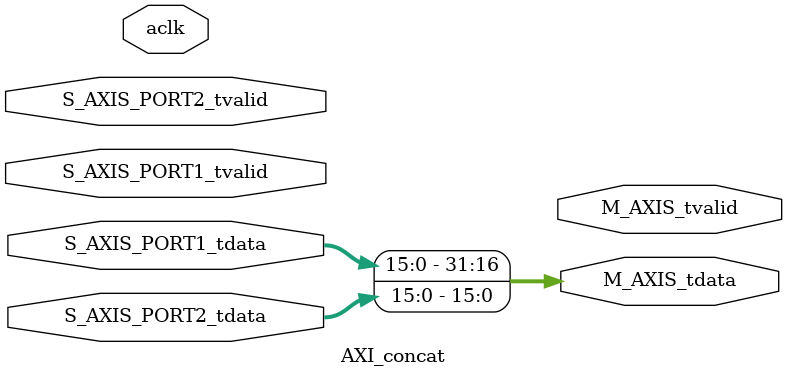
<source format=v>
`timescale 1ns / 1ps


module AXI_concat #
(
    parameter AXIS_TDATA_WIDTH = 16,
    parameter INPUT_CHANNELS = 2
)
(
    input aclk,
      
    (* X_INTERFACE_PARAMETER = "FREQ_HZ 125000000" *)
    input [AXIS_TDATA_WIDTH-1:0]        S_AXIS_PORT1_tdata,
    input                               S_AXIS_PORT1_tvalid,
    (* X_INTERFACE_PARAMETER = "FREQ_HZ 125000000" *)
    input [AXIS_TDATA_WIDTH-1:0]        S_AXIS_PORT2_tdata,
    input                               S_AXIS_PORT2_tvalid,
    (* X_INTERFACE_PARAMETER = "FREQ_HZ 125000000" *)
    output [AXIS_TDATA_WIDTH*INPUT_CHANNELS-1:0]    M_AXIS_tdata,
    output                                          M_AXIS_tvalid 
);
   
    assign M_AXIS_tdata = {S_AXIS_PORT1_tdata, S_AXIS_PORT2_tdata};

endmodule
   
</source>
